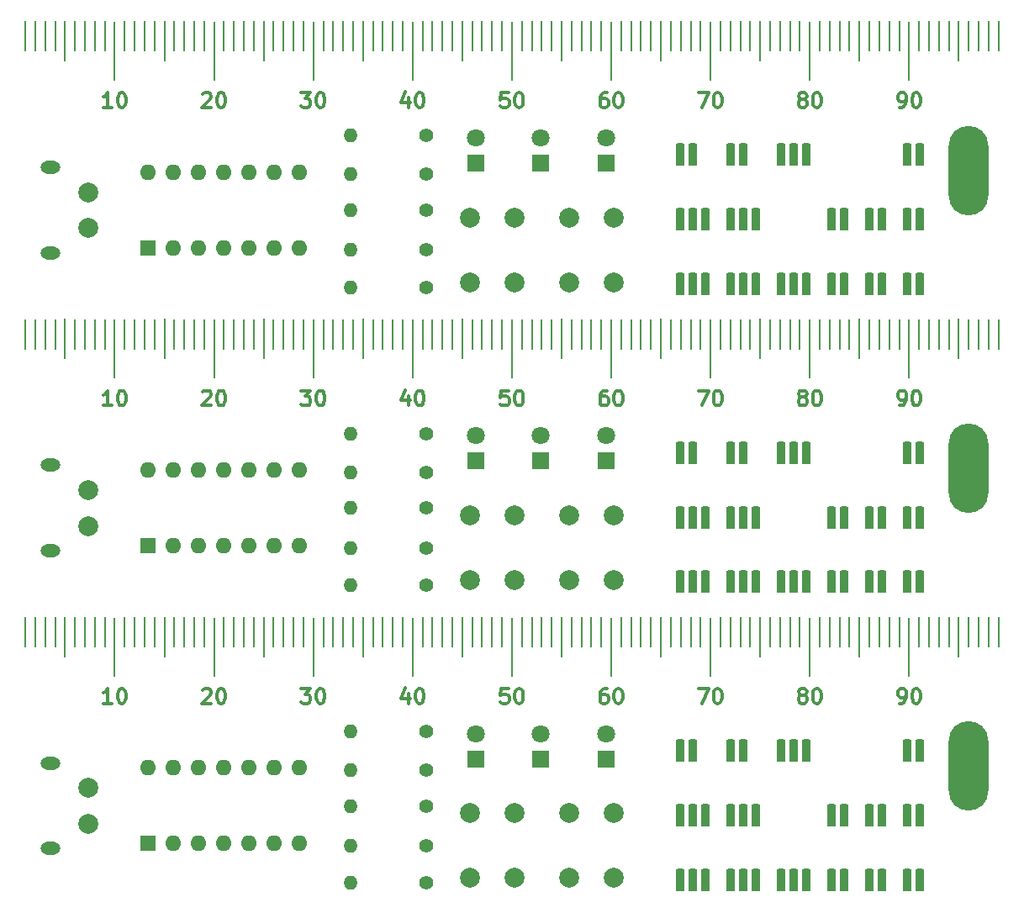
<source format=gbr>
%TF.GenerationSoftware,KiCad,Pcbnew,(6.0.10)*%
%TF.CreationDate,2023-10-04T10:21:36+09:00*%
%TF.ProjectId,simpleLogicCircuit,73696d70-6c65-44c6-9f67-696343697263,rev?*%
%TF.SameCoordinates,Original*%
%TF.FileFunction,Soldermask,Top*%
%TF.FilePolarity,Negative*%
%FSLAX46Y46*%
G04 Gerber Fmt 4.6, Leading zero omitted, Abs format (unit mm)*
G04 Created by KiCad (PCBNEW (6.0.10)) date 2023-10-04 10:21:36*
%MOMM*%
%LPD*%
G01*
G04 APERTURE LIST*
G04 Aperture macros list*
%AMRoundRect*
0 Rectangle with rounded corners*
0 $1 Rounding radius*
0 $2 $3 $4 $5 $6 $7 $8 $9 X,Y pos of 4 corners*
0 Add a 4 corners polygon primitive as box body*
4,1,4,$2,$3,$4,$5,$6,$7,$8,$9,$2,$3,0*
0 Add four circle primitives for the rounded corners*
1,1,$1+$1,$2,$3*
1,1,$1+$1,$4,$5*
1,1,$1+$1,$6,$7*
1,1,$1+$1,$8,$9*
0 Add four rect primitives between the rounded corners*
20,1,$1+$1,$2,$3,$4,$5,0*
20,1,$1+$1,$4,$5,$6,$7,0*
20,1,$1+$1,$6,$7,$8,$9,0*
20,1,$1+$1,$8,$9,$2,$3,0*%
G04 Aperture macros list end*
%ADD10C,0.300000*%
%ADD11O,1.400000X1.400000*%
%ADD12C,1.400000*%
%ADD13RoundRect,0.225000X-0.225000X-0.918000X0.225000X-0.918000X0.225000X0.918000X-0.225000X0.918000X0*%
%ADD14C,1.800000*%
%ADD15R,1.800000X1.800000*%
%ADD16O,2.000000X1.300000*%
%ADD17C,2.000000*%
%ADD18RoundRect,0.050000X-0.050000X-1.450000X0.050000X-1.450000X0.050000X1.450000X-0.050000X1.450000X0*%
%ADD19RoundRect,0.050000X-0.050000X-1.950000X0.050000X-1.950000X0.050000X1.950000X-0.050000X1.950000X0*%
%ADD20RoundRect,0.050000X-0.050000X-2.950000X0.050000X-2.950000X0.050000X2.950000X-0.050000X2.950000X0*%
%ADD21O,1.600000X1.600000*%
%ADD22R,1.600000X1.600000*%
%ADD23O,4.000000X9.000000*%
G04 APERTURE END LIST*
D10*
%TO.C,REF\u002A\u002A*%
X71571428Y-104678571D02*
X71571428Y-105678571D01*
X71214285Y-104107142D02*
X70857142Y-105178571D01*
X71785714Y-105178571D01*
X72642857Y-104178571D02*
X72785714Y-104178571D01*
X72928571Y-104250000D01*
X73000000Y-104321428D01*
X73071428Y-104464285D01*
X73142857Y-104750000D01*
X73142857Y-105107142D01*
X73071428Y-105392857D01*
X73000000Y-105535714D01*
X72928571Y-105607142D01*
X72785714Y-105678571D01*
X72642857Y-105678571D01*
X72500000Y-105607142D01*
X72428571Y-105535714D01*
X72357142Y-105392857D01*
X72285714Y-105107142D01*
X72285714Y-104750000D01*
X72357142Y-104464285D01*
X72428571Y-104321428D01*
X72500000Y-104250000D01*
X72642857Y-104178571D01*
X81642857Y-104178571D02*
X80928571Y-104178571D01*
X80857142Y-104892857D01*
X80928571Y-104821428D01*
X81071428Y-104750000D01*
X81428571Y-104750000D01*
X81571428Y-104821428D01*
X81642857Y-104892857D01*
X81714285Y-105035714D01*
X81714285Y-105392857D01*
X81642857Y-105535714D01*
X81571428Y-105607142D01*
X81428571Y-105678571D01*
X81071428Y-105678571D01*
X80928571Y-105607142D01*
X80857142Y-105535714D01*
X82642857Y-104178571D02*
X82785714Y-104178571D01*
X82928571Y-104250000D01*
X83000000Y-104321428D01*
X83071428Y-104464285D01*
X83142857Y-104750000D01*
X83142857Y-105107142D01*
X83071428Y-105392857D01*
X83000000Y-105535714D01*
X82928571Y-105607142D01*
X82785714Y-105678571D01*
X82642857Y-105678571D01*
X82500000Y-105607142D01*
X82428571Y-105535714D01*
X82357142Y-105392857D01*
X82285714Y-105107142D01*
X82285714Y-104750000D01*
X82357142Y-104464285D01*
X82428571Y-104321428D01*
X82500000Y-104250000D01*
X82642857Y-104178571D01*
X91571428Y-104178571D02*
X91285714Y-104178571D01*
X91142857Y-104250000D01*
X91071428Y-104321428D01*
X90928571Y-104535714D01*
X90857142Y-104821428D01*
X90857142Y-105392857D01*
X90928571Y-105535714D01*
X91000000Y-105607142D01*
X91142857Y-105678571D01*
X91428571Y-105678571D01*
X91571428Y-105607142D01*
X91642857Y-105535714D01*
X91714285Y-105392857D01*
X91714285Y-105035714D01*
X91642857Y-104892857D01*
X91571428Y-104821428D01*
X91428571Y-104750000D01*
X91142857Y-104750000D01*
X91000000Y-104821428D01*
X90928571Y-104892857D01*
X90857142Y-105035714D01*
X92642857Y-104178571D02*
X92785714Y-104178571D01*
X92928571Y-104250000D01*
X93000000Y-104321428D01*
X93071428Y-104464285D01*
X93142857Y-104750000D01*
X93142857Y-105107142D01*
X93071428Y-105392857D01*
X93000000Y-105535714D01*
X92928571Y-105607142D01*
X92785714Y-105678571D01*
X92642857Y-105678571D01*
X92500000Y-105607142D01*
X92428571Y-105535714D01*
X92357142Y-105392857D01*
X92285714Y-105107142D01*
X92285714Y-104750000D01*
X92357142Y-104464285D01*
X92428571Y-104321428D01*
X92500000Y-104250000D01*
X92642857Y-104178571D01*
X100785714Y-104178571D02*
X101785714Y-104178571D01*
X101142857Y-105678571D01*
X102642857Y-104178571D02*
X102785714Y-104178571D01*
X102928571Y-104250000D01*
X103000000Y-104321428D01*
X103071428Y-104464285D01*
X103142857Y-104750000D01*
X103142857Y-105107142D01*
X103071428Y-105392857D01*
X103000000Y-105535714D01*
X102928571Y-105607142D01*
X102785714Y-105678571D01*
X102642857Y-105678571D01*
X102500000Y-105607142D01*
X102428571Y-105535714D01*
X102357142Y-105392857D01*
X102285714Y-105107142D01*
X102285714Y-104750000D01*
X102357142Y-104464285D01*
X102428571Y-104321428D01*
X102500000Y-104250000D01*
X102642857Y-104178571D01*
X41714285Y-105678571D02*
X40857142Y-105678571D01*
X41285714Y-105678571D02*
X41285714Y-104178571D01*
X41142857Y-104392857D01*
X41000000Y-104535714D01*
X40857142Y-104607142D01*
X42642857Y-104178571D02*
X42785714Y-104178571D01*
X42928571Y-104250000D01*
X43000000Y-104321428D01*
X43071428Y-104464285D01*
X43142857Y-104750000D01*
X43142857Y-105107142D01*
X43071428Y-105392857D01*
X43000000Y-105535714D01*
X42928571Y-105607142D01*
X42785714Y-105678571D01*
X42642857Y-105678571D01*
X42500000Y-105607142D01*
X42428571Y-105535714D01*
X42357142Y-105392857D01*
X42285714Y-105107142D01*
X42285714Y-104750000D01*
X42357142Y-104464285D01*
X42428571Y-104321428D01*
X42500000Y-104250000D01*
X42642857Y-104178571D01*
X121000000Y-105678571D02*
X121285714Y-105678571D01*
X121428571Y-105607142D01*
X121500000Y-105535714D01*
X121642857Y-105321428D01*
X121714285Y-105035714D01*
X121714285Y-104464285D01*
X121642857Y-104321428D01*
X121571428Y-104250000D01*
X121428571Y-104178571D01*
X121142857Y-104178571D01*
X121000000Y-104250000D01*
X120928571Y-104321428D01*
X120857142Y-104464285D01*
X120857142Y-104821428D01*
X120928571Y-104964285D01*
X121000000Y-105035714D01*
X121142857Y-105107142D01*
X121428571Y-105107142D01*
X121571428Y-105035714D01*
X121642857Y-104964285D01*
X121714285Y-104821428D01*
X122642857Y-104178571D02*
X122785714Y-104178571D01*
X122928571Y-104250000D01*
X123000000Y-104321428D01*
X123071428Y-104464285D01*
X123142857Y-104750000D01*
X123142857Y-105107142D01*
X123071428Y-105392857D01*
X123000000Y-105535714D01*
X122928571Y-105607142D01*
X122785714Y-105678571D01*
X122642857Y-105678571D01*
X122500000Y-105607142D01*
X122428571Y-105535714D01*
X122357142Y-105392857D01*
X122285714Y-105107142D01*
X122285714Y-104750000D01*
X122357142Y-104464285D01*
X122428571Y-104321428D01*
X122500000Y-104250000D01*
X122642857Y-104178571D01*
X111142857Y-104821428D02*
X111000000Y-104750000D01*
X110928571Y-104678571D01*
X110857142Y-104535714D01*
X110857142Y-104464285D01*
X110928571Y-104321428D01*
X111000000Y-104250000D01*
X111142857Y-104178571D01*
X111428571Y-104178571D01*
X111571428Y-104250000D01*
X111642857Y-104321428D01*
X111714285Y-104464285D01*
X111714285Y-104535714D01*
X111642857Y-104678571D01*
X111571428Y-104750000D01*
X111428571Y-104821428D01*
X111142857Y-104821428D01*
X111000000Y-104892857D01*
X110928571Y-104964285D01*
X110857142Y-105107142D01*
X110857142Y-105392857D01*
X110928571Y-105535714D01*
X111000000Y-105607142D01*
X111142857Y-105678571D01*
X111428571Y-105678571D01*
X111571428Y-105607142D01*
X111642857Y-105535714D01*
X111714285Y-105392857D01*
X111714285Y-105107142D01*
X111642857Y-104964285D01*
X111571428Y-104892857D01*
X111428571Y-104821428D01*
X112642857Y-104178571D02*
X112785714Y-104178571D01*
X112928571Y-104250000D01*
X113000000Y-104321428D01*
X113071428Y-104464285D01*
X113142857Y-104750000D01*
X113142857Y-105107142D01*
X113071428Y-105392857D01*
X113000000Y-105535714D01*
X112928571Y-105607142D01*
X112785714Y-105678571D01*
X112642857Y-105678571D01*
X112500000Y-105607142D01*
X112428571Y-105535714D01*
X112357142Y-105392857D01*
X112285714Y-105107142D01*
X112285714Y-104750000D01*
X112357142Y-104464285D01*
X112428571Y-104321428D01*
X112500000Y-104250000D01*
X112642857Y-104178571D01*
X60785714Y-104178571D02*
X61714285Y-104178571D01*
X61214285Y-104750000D01*
X61428571Y-104750000D01*
X61571428Y-104821428D01*
X61642857Y-104892857D01*
X61714285Y-105035714D01*
X61714285Y-105392857D01*
X61642857Y-105535714D01*
X61571428Y-105607142D01*
X61428571Y-105678571D01*
X61000000Y-105678571D01*
X60857142Y-105607142D01*
X60785714Y-105535714D01*
X62642857Y-104178571D02*
X62785714Y-104178571D01*
X62928571Y-104250000D01*
X63000000Y-104321428D01*
X63071428Y-104464285D01*
X63142857Y-104750000D01*
X63142857Y-105107142D01*
X63071428Y-105392857D01*
X63000000Y-105535714D01*
X62928571Y-105607142D01*
X62785714Y-105678571D01*
X62642857Y-105678571D01*
X62500000Y-105607142D01*
X62428571Y-105535714D01*
X62357142Y-105392857D01*
X62285714Y-105107142D01*
X62285714Y-104750000D01*
X62357142Y-104464285D01*
X62428571Y-104321428D01*
X62500000Y-104250000D01*
X62642857Y-104178571D01*
X50857142Y-104321428D02*
X50928571Y-104250000D01*
X51071428Y-104178571D01*
X51428571Y-104178571D01*
X51571428Y-104250000D01*
X51642857Y-104321428D01*
X51714285Y-104464285D01*
X51714285Y-104607142D01*
X51642857Y-104821428D01*
X50785714Y-105678571D01*
X51714285Y-105678571D01*
X52642857Y-104178571D02*
X52785714Y-104178571D01*
X52928571Y-104250000D01*
X53000000Y-104321428D01*
X53071428Y-104464285D01*
X53142857Y-104750000D01*
X53142857Y-105107142D01*
X53071428Y-105392857D01*
X53000000Y-105535714D01*
X52928571Y-105607142D01*
X52785714Y-105678571D01*
X52642857Y-105678571D01*
X52500000Y-105607142D01*
X52428571Y-105535714D01*
X52357142Y-105392857D01*
X52285714Y-105107142D01*
X52285714Y-104750000D01*
X52357142Y-104464285D01*
X52428571Y-104321428D01*
X52500000Y-104250000D01*
X52642857Y-104178571D01*
X71571428Y-74678571D02*
X71571428Y-75678571D01*
X71214285Y-74107142D02*
X70857142Y-75178571D01*
X71785714Y-75178571D01*
X72642857Y-74178571D02*
X72785714Y-74178571D01*
X72928571Y-74250000D01*
X73000000Y-74321428D01*
X73071428Y-74464285D01*
X73142857Y-74750000D01*
X73142857Y-75107142D01*
X73071428Y-75392857D01*
X73000000Y-75535714D01*
X72928571Y-75607142D01*
X72785714Y-75678571D01*
X72642857Y-75678571D01*
X72500000Y-75607142D01*
X72428571Y-75535714D01*
X72357142Y-75392857D01*
X72285714Y-75107142D01*
X72285714Y-74750000D01*
X72357142Y-74464285D01*
X72428571Y-74321428D01*
X72500000Y-74250000D01*
X72642857Y-74178571D01*
X81642857Y-74178571D02*
X80928571Y-74178571D01*
X80857142Y-74892857D01*
X80928571Y-74821428D01*
X81071428Y-74750000D01*
X81428571Y-74750000D01*
X81571428Y-74821428D01*
X81642857Y-74892857D01*
X81714285Y-75035714D01*
X81714285Y-75392857D01*
X81642857Y-75535714D01*
X81571428Y-75607142D01*
X81428571Y-75678571D01*
X81071428Y-75678571D01*
X80928571Y-75607142D01*
X80857142Y-75535714D01*
X82642857Y-74178571D02*
X82785714Y-74178571D01*
X82928571Y-74250000D01*
X83000000Y-74321428D01*
X83071428Y-74464285D01*
X83142857Y-74750000D01*
X83142857Y-75107142D01*
X83071428Y-75392857D01*
X83000000Y-75535714D01*
X82928571Y-75607142D01*
X82785714Y-75678571D01*
X82642857Y-75678571D01*
X82500000Y-75607142D01*
X82428571Y-75535714D01*
X82357142Y-75392857D01*
X82285714Y-75107142D01*
X82285714Y-74750000D01*
X82357142Y-74464285D01*
X82428571Y-74321428D01*
X82500000Y-74250000D01*
X82642857Y-74178571D01*
X91571428Y-74178571D02*
X91285714Y-74178571D01*
X91142857Y-74250000D01*
X91071428Y-74321428D01*
X90928571Y-74535714D01*
X90857142Y-74821428D01*
X90857142Y-75392857D01*
X90928571Y-75535714D01*
X91000000Y-75607142D01*
X91142857Y-75678571D01*
X91428571Y-75678571D01*
X91571428Y-75607142D01*
X91642857Y-75535714D01*
X91714285Y-75392857D01*
X91714285Y-75035714D01*
X91642857Y-74892857D01*
X91571428Y-74821428D01*
X91428571Y-74750000D01*
X91142857Y-74750000D01*
X91000000Y-74821428D01*
X90928571Y-74892857D01*
X90857142Y-75035714D01*
X92642857Y-74178571D02*
X92785714Y-74178571D01*
X92928571Y-74250000D01*
X93000000Y-74321428D01*
X93071428Y-74464285D01*
X93142857Y-74750000D01*
X93142857Y-75107142D01*
X93071428Y-75392857D01*
X93000000Y-75535714D01*
X92928571Y-75607142D01*
X92785714Y-75678571D01*
X92642857Y-75678571D01*
X92500000Y-75607142D01*
X92428571Y-75535714D01*
X92357142Y-75392857D01*
X92285714Y-75107142D01*
X92285714Y-74750000D01*
X92357142Y-74464285D01*
X92428571Y-74321428D01*
X92500000Y-74250000D01*
X92642857Y-74178571D01*
X100785714Y-74178571D02*
X101785714Y-74178571D01*
X101142857Y-75678571D01*
X102642857Y-74178571D02*
X102785714Y-74178571D01*
X102928571Y-74250000D01*
X103000000Y-74321428D01*
X103071428Y-74464285D01*
X103142857Y-74750000D01*
X103142857Y-75107142D01*
X103071428Y-75392857D01*
X103000000Y-75535714D01*
X102928571Y-75607142D01*
X102785714Y-75678571D01*
X102642857Y-75678571D01*
X102500000Y-75607142D01*
X102428571Y-75535714D01*
X102357142Y-75392857D01*
X102285714Y-75107142D01*
X102285714Y-74750000D01*
X102357142Y-74464285D01*
X102428571Y-74321428D01*
X102500000Y-74250000D01*
X102642857Y-74178571D01*
X41714285Y-75678571D02*
X40857142Y-75678571D01*
X41285714Y-75678571D02*
X41285714Y-74178571D01*
X41142857Y-74392857D01*
X41000000Y-74535714D01*
X40857142Y-74607142D01*
X42642857Y-74178571D02*
X42785714Y-74178571D01*
X42928571Y-74250000D01*
X43000000Y-74321428D01*
X43071428Y-74464285D01*
X43142857Y-74750000D01*
X43142857Y-75107142D01*
X43071428Y-75392857D01*
X43000000Y-75535714D01*
X42928571Y-75607142D01*
X42785714Y-75678571D01*
X42642857Y-75678571D01*
X42500000Y-75607142D01*
X42428571Y-75535714D01*
X42357142Y-75392857D01*
X42285714Y-75107142D01*
X42285714Y-74750000D01*
X42357142Y-74464285D01*
X42428571Y-74321428D01*
X42500000Y-74250000D01*
X42642857Y-74178571D01*
X121000000Y-75678571D02*
X121285714Y-75678571D01*
X121428571Y-75607142D01*
X121500000Y-75535714D01*
X121642857Y-75321428D01*
X121714285Y-75035714D01*
X121714285Y-74464285D01*
X121642857Y-74321428D01*
X121571428Y-74250000D01*
X121428571Y-74178571D01*
X121142857Y-74178571D01*
X121000000Y-74250000D01*
X120928571Y-74321428D01*
X120857142Y-74464285D01*
X120857142Y-74821428D01*
X120928571Y-74964285D01*
X121000000Y-75035714D01*
X121142857Y-75107142D01*
X121428571Y-75107142D01*
X121571428Y-75035714D01*
X121642857Y-74964285D01*
X121714285Y-74821428D01*
X122642857Y-74178571D02*
X122785714Y-74178571D01*
X122928571Y-74250000D01*
X123000000Y-74321428D01*
X123071428Y-74464285D01*
X123142857Y-74750000D01*
X123142857Y-75107142D01*
X123071428Y-75392857D01*
X123000000Y-75535714D01*
X122928571Y-75607142D01*
X122785714Y-75678571D01*
X122642857Y-75678571D01*
X122500000Y-75607142D01*
X122428571Y-75535714D01*
X122357142Y-75392857D01*
X122285714Y-75107142D01*
X122285714Y-74750000D01*
X122357142Y-74464285D01*
X122428571Y-74321428D01*
X122500000Y-74250000D01*
X122642857Y-74178571D01*
X111142857Y-74821428D02*
X111000000Y-74750000D01*
X110928571Y-74678571D01*
X110857142Y-74535714D01*
X110857142Y-74464285D01*
X110928571Y-74321428D01*
X111000000Y-74250000D01*
X111142857Y-74178571D01*
X111428571Y-74178571D01*
X111571428Y-74250000D01*
X111642857Y-74321428D01*
X111714285Y-74464285D01*
X111714285Y-74535714D01*
X111642857Y-74678571D01*
X111571428Y-74750000D01*
X111428571Y-74821428D01*
X111142857Y-74821428D01*
X111000000Y-74892857D01*
X110928571Y-74964285D01*
X110857142Y-75107142D01*
X110857142Y-75392857D01*
X110928571Y-75535714D01*
X111000000Y-75607142D01*
X111142857Y-75678571D01*
X111428571Y-75678571D01*
X111571428Y-75607142D01*
X111642857Y-75535714D01*
X111714285Y-75392857D01*
X111714285Y-75107142D01*
X111642857Y-74964285D01*
X111571428Y-74892857D01*
X111428571Y-74821428D01*
X112642857Y-74178571D02*
X112785714Y-74178571D01*
X112928571Y-74250000D01*
X113000000Y-74321428D01*
X113071428Y-74464285D01*
X113142857Y-74750000D01*
X113142857Y-75107142D01*
X113071428Y-75392857D01*
X113000000Y-75535714D01*
X112928571Y-75607142D01*
X112785714Y-75678571D01*
X112642857Y-75678571D01*
X112500000Y-75607142D01*
X112428571Y-75535714D01*
X112357142Y-75392857D01*
X112285714Y-75107142D01*
X112285714Y-74750000D01*
X112357142Y-74464285D01*
X112428571Y-74321428D01*
X112500000Y-74250000D01*
X112642857Y-74178571D01*
X60785714Y-74178571D02*
X61714285Y-74178571D01*
X61214285Y-74750000D01*
X61428571Y-74750000D01*
X61571428Y-74821428D01*
X61642857Y-74892857D01*
X61714285Y-75035714D01*
X61714285Y-75392857D01*
X61642857Y-75535714D01*
X61571428Y-75607142D01*
X61428571Y-75678571D01*
X61000000Y-75678571D01*
X60857142Y-75607142D01*
X60785714Y-75535714D01*
X62642857Y-74178571D02*
X62785714Y-74178571D01*
X62928571Y-74250000D01*
X63000000Y-74321428D01*
X63071428Y-74464285D01*
X63142857Y-74750000D01*
X63142857Y-75107142D01*
X63071428Y-75392857D01*
X63000000Y-75535714D01*
X62928571Y-75607142D01*
X62785714Y-75678571D01*
X62642857Y-75678571D01*
X62500000Y-75607142D01*
X62428571Y-75535714D01*
X62357142Y-75392857D01*
X62285714Y-75107142D01*
X62285714Y-74750000D01*
X62357142Y-74464285D01*
X62428571Y-74321428D01*
X62500000Y-74250000D01*
X62642857Y-74178571D01*
X50857142Y-74321428D02*
X50928571Y-74250000D01*
X51071428Y-74178571D01*
X51428571Y-74178571D01*
X51571428Y-74250000D01*
X51642857Y-74321428D01*
X51714285Y-74464285D01*
X51714285Y-74607142D01*
X51642857Y-74821428D01*
X50785714Y-75678571D01*
X51714285Y-75678571D01*
X52642857Y-74178571D02*
X52785714Y-74178571D01*
X52928571Y-74250000D01*
X53000000Y-74321428D01*
X53071428Y-74464285D01*
X53142857Y-74750000D01*
X53142857Y-75107142D01*
X53071428Y-75392857D01*
X53000000Y-75535714D01*
X52928571Y-75607142D01*
X52785714Y-75678571D01*
X52642857Y-75678571D01*
X52500000Y-75607142D01*
X52428571Y-75535714D01*
X52357142Y-75392857D01*
X52285714Y-75107142D01*
X52285714Y-74750000D01*
X52357142Y-74464285D01*
X52428571Y-74321428D01*
X52500000Y-74250000D01*
X52642857Y-74178571D01*
X71571428Y-44678571D02*
X71571428Y-45678571D01*
X71214285Y-44107142D02*
X70857142Y-45178571D01*
X71785714Y-45178571D01*
X72642857Y-44178571D02*
X72785714Y-44178571D01*
X72928571Y-44250000D01*
X73000000Y-44321428D01*
X73071428Y-44464285D01*
X73142857Y-44750000D01*
X73142857Y-45107142D01*
X73071428Y-45392857D01*
X73000000Y-45535714D01*
X72928571Y-45607142D01*
X72785714Y-45678571D01*
X72642857Y-45678571D01*
X72500000Y-45607142D01*
X72428571Y-45535714D01*
X72357142Y-45392857D01*
X72285714Y-45107142D01*
X72285714Y-44750000D01*
X72357142Y-44464285D01*
X72428571Y-44321428D01*
X72500000Y-44250000D01*
X72642857Y-44178571D01*
X81642857Y-44178571D02*
X80928571Y-44178571D01*
X80857142Y-44892857D01*
X80928571Y-44821428D01*
X81071428Y-44750000D01*
X81428571Y-44750000D01*
X81571428Y-44821428D01*
X81642857Y-44892857D01*
X81714285Y-45035714D01*
X81714285Y-45392857D01*
X81642857Y-45535714D01*
X81571428Y-45607142D01*
X81428571Y-45678571D01*
X81071428Y-45678571D01*
X80928571Y-45607142D01*
X80857142Y-45535714D01*
X82642857Y-44178571D02*
X82785714Y-44178571D01*
X82928571Y-44250000D01*
X83000000Y-44321428D01*
X83071428Y-44464285D01*
X83142857Y-44750000D01*
X83142857Y-45107142D01*
X83071428Y-45392857D01*
X83000000Y-45535714D01*
X82928571Y-45607142D01*
X82785714Y-45678571D01*
X82642857Y-45678571D01*
X82500000Y-45607142D01*
X82428571Y-45535714D01*
X82357142Y-45392857D01*
X82285714Y-45107142D01*
X82285714Y-44750000D01*
X82357142Y-44464285D01*
X82428571Y-44321428D01*
X82500000Y-44250000D01*
X82642857Y-44178571D01*
X91571428Y-44178571D02*
X91285714Y-44178571D01*
X91142857Y-44250000D01*
X91071428Y-44321428D01*
X90928571Y-44535714D01*
X90857142Y-44821428D01*
X90857142Y-45392857D01*
X90928571Y-45535714D01*
X91000000Y-45607142D01*
X91142857Y-45678571D01*
X91428571Y-45678571D01*
X91571428Y-45607142D01*
X91642857Y-45535714D01*
X91714285Y-45392857D01*
X91714285Y-45035714D01*
X91642857Y-44892857D01*
X91571428Y-44821428D01*
X91428571Y-44750000D01*
X91142857Y-44750000D01*
X91000000Y-44821428D01*
X90928571Y-44892857D01*
X90857142Y-45035714D01*
X92642857Y-44178571D02*
X92785714Y-44178571D01*
X92928571Y-44250000D01*
X93000000Y-44321428D01*
X93071428Y-44464285D01*
X93142857Y-44750000D01*
X93142857Y-45107142D01*
X93071428Y-45392857D01*
X93000000Y-45535714D01*
X92928571Y-45607142D01*
X92785714Y-45678571D01*
X92642857Y-45678571D01*
X92500000Y-45607142D01*
X92428571Y-45535714D01*
X92357142Y-45392857D01*
X92285714Y-45107142D01*
X92285714Y-44750000D01*
X92357142Y-44464285D01*
X92428571Y-44321428D01*
X92500000Y-44250000D01*
X92642857Y-44178571D01*
X100785714Y-44178571D02*
X101785714Y-44178571D01*
X101142857Y-45678571D01*
X102642857Y-44178571D02*
X102785714Y-44178571D01*
X102928571Y-44250000D01*
X103000000Y-44321428D01*
X103071428Y-44464285D01*
X103142857Y-44750000D01*
X103142857Y-45107142D01*
X103071428Y-45392857D01*
X103000000Y-45535714D01*
X102928571Y-45607142D01*
X102785714Y-45678571D01*
X102642857Y-45678571D01*
X102500000Y-45607142D01*
X102428571Y-45535714D01*
X102357142Y-45392857D01*
X102285714Y-45107142D01*
X102285714Y-44750000D01*
X102357142Y-44464285D01*
X102428571Y-44321428D01*
X102500000Y-44250000D01*
X102642857Y-44178571D01*
X41714285Y-45678571D02*
X40857142Y-45678571D01*
X41285714Y-45678571D02*
X41285714Y-44178571D01*
X41142857Y-44392857D01*
X41000000Y-44535714D01*
X40857142Y-44607142D01*
X42642857Y-44178571D02*
X42785714Y-44178571D01*
X42928571Y-44250000D01*
X43000000Y-44321428D01*
X43071428Y-44464285D01*
X43142857Y-44750000D01*
X43142857Y-45107142D01*
X43071428Y-45392857D01*
X43000000Y-45535714D01*
X42928571Y-45607142D01*
X42785714Y-45678571D01*
X42642857Y-45678571D01*
X42500000Y-45607142D01*
X42428571Y-45535714D01*
X42357142Y-45392857D01*
X42285714Y-45107142D01*
X42285714Y-44750000D01*
X42357142Y-44464285D01*
X42428571Y-44321428D01*
X42500000Y-44250000D01*
X42642857Y-44178571D01*
X121000000Y-45678571D02*
X121285714Y-45678571D01*
X121428571Y-45607142D01*
X121500000Y-45535714D01*
X121642857Y-45321428D01*
X121714285Y-45035714D01*
X121714285Y-44464285D01*
X121642857Y-44321428D01*
X121571428Y-44250000D01*
X121428571Y-44178571D01*
X121142857Y-44178571D01*
X121000000Y-44250000D01*
X120928571Y-44321428D01*
X120857142Y-44464285D01*
X120857142Y-44821428D01*
X120928571Y-44964285D01*
X121000000Y-45035714D01*
X121142857Y-45107142D01*
X121428571Y-45107142D01*
X121571428Y-45035714D01*
X121642857Y-44964285D01*
X121714285Y-44821428D01*
X122642857Y-44178571D02*
X122785714Y-44178571D01*
X122928571Y-44250000D01*
X123000000Y-44321428D01*
X123071428Y-44464285D01*
X123142857Y-44750000D01*
X123142857Y-45107142D01*
X123071428Y-45392857D01*
X123000000Y-45535714D01*
X122928571Y-45607142D01*
X122785714Y-45678571D01*
X122642857Y-45678571D01*
X122500000Y-45607142D01*
X122428571Y-45535714D01*
X122357142Y-45392857D01*
X122285714Y-45107142D01*
X122285714Y-44750000D01*
X122357142Y-44464285D01*
X122428571Y-44321428D01*
X122500000Y-44250000D01*
X122642857Y-44178571D01*
X111142857Y-44821428D02*
X111000000Y-44750000D01*
X110928571Y-44678571D01*
X110857142Y-44535714D01*
X110857142Y-44464285D01*
X110928571Y-44321428D01*
X111000000Y-44250000D01*
X111142857Y-44178571D01*
X111428571Y-44178571D01*
X111571428Y-44250000D01*
X111642857Y-44321428D01*
X111714285Y-44464285D01*
X111714285Y-44535714D01*
X111642857Y-44678571D01*
X111571428Y-44750000D01*
X111428571Y-44821428D01*
X111142857Y-44821428D01*
X111000000Y-44892857D01*
X110928571Y-44964285D01*
X110857142Y-45107142D01*
X110857142Y-45392857D01*
X110928571Y-45535714D01*
X111000000Y-45607142D01*
X111142857Y-45678571D01*
X111428571Y-45678571D01*
X111571428Y-45607142D01*
X111642857Y-45535714D01*
X111714285Y-45392857D01*
X111714285Y-45107142D01*
X111642857Y-44964285D01*
X111571428Y-44892857D01*
X111428571Y-44821428D01*
X112642857Y-44178571D02*
X112785714Y-44178571D01*
X112928571Y-44250000D01*
X113000000Y-44321428D01*
X113071428Y-44464285D01*
X113142857Y-44750000D01*
X113142857Y-45107142D01*
X113071428Y-45392857D01*
X113000000Y-45535714D01*
X112928571Y-45607142D01*
X112785714Y-45678571D01*
X112642857Y-45678571D01*
X112500000Y-45607142D01*
X112428571Y-45535714D01*
X112357142Y-45392857D01*
X112285714Y-45107142D01*
X112285714Y-44750000D01*
X112357142Y-44464285D01*
X112428571Y-44321428D01*
X112500000Y-44250000D01*
X112642857Y-44178571D01*
X60785714Y-44178571D02*
X61714285Y-44178571D01*
X61214285Y-44750000D01*
X61428571Y-44750000D01*
X61571428Y-44821428D01*
X61642857Y-44892857D01*
X61714285Y-45035714D01*
X61714285Y-45392857D01*
X61642857Y-45535714D01*
X61571428Y-45607142D01*
X61428571Y-45678571D01*
X61000000Y-45678571D01*
X60857142Y-45607142D01*
X60785714Y-45535714D01*
X62642857Y-44178571D02*
X62785714Y-44178571D01*
X62928571Y-44250000D01*
X63000000Y-44321428D01*
X63071428Y-44464285D01*
X63142857Y-44750000D01*
X63142857Y-45107142D01*
X63071428Y-45392857D01*
X63000000Y-45535714D01*
X62928571Y-45607142D01*
X62785714Y-45678571D01*
X62642857Y-45678571D01*
X62500000Y-45607142D01*
X62428571Y-45535714D01*
X62357142Y-45392857D01*
X62285714Y-45107142D01*
X62285714Y-44750000D01*
X62357142Y-44464285D01*
X62428571Y-44321428D01*
X62500000Y-44250000D01*
X62642857Y-44178571D01*
X50857142Y-44321428D02*
X50928571Y-44250000D01*
X51071428Y-44178571D01*
X51428571Y-44178571D01*
X51571428Y-44250000D01*
X51642857Y-44321428D01*
X51714285Y-44464285D01*
X51714285Y-44607142D01*
X51642857Y-44821428D01*
X50785714Y-45678571D01*
X51714285Y-45678571D01*
X52642857Y-44178571D02*
X52785714Y-44178571D01*
X52928571Y-44250000D01*
X53000000Y-44321428D01*
X53071428Y-44464285D01*
X53142857Y-44750000D01*
X53142857Y-45107142D01*
X53071428Y-45392857D01*
X53000000Y-45535714D01*
X52928571Y-45607142D01*
X52785714Y-45678571D01*
X52642857Y-45678571D01*
X52500000Y-45607142D01*
X52428571Y-45535714D01*
X52357142Y-45392857D01*
X52285714Y-45107142D01*
X52285714Y-44750000D01*
X52357142Y-44464285D01*
X52428571Y-44321428D01*
X52500000Y-44250000D01*
X52642857Y-44178571D01*
%TD*%
D11*
%TO.C,R3*%
X65790000Y-116000000D03*
D12*
X73410000Y-116000000D03*
%TD*%
D13*
%TO.C,XOR*%
X123065000Y-123452500D03*
X121795000Y-123452500D03*
X119255000Y-123452500D03*
X117985000Y-123452500D03*
X115445000Y-123452500D03*
X114175000Y-123452500D03*
X111635000Y-123452500D03*
X110365000Y-123452500D03*
X109095000Y-123452500D03*
X106555000Y-123452500D03*
X105285000Y-123452500D03*
X104015000Y-123452500D03*
X101475000Y-123452500D03*
X100205000Y-123452500D03*
X98935000Y-123452500D03*
%TD*%
D14*
%TO.C,Y*%
X91500000Y-108735000D03*
D15*
X91500000Y-111275000D03*
%TD*%
D13*
%TO.C,OR*%
X123065000Y-116952500D03*
X121795000Y-116952500D03*
X119255000Y-116952500D03*
X117985000Y-116952500D03*
X115445000Y-116952500D03*
X114175000Y-116952500D03*
X106555000Y-116952500D03*
X105285000Y-116952500D03*
X104015000Y-116952500D03*
X101475000Y-116952500D03*
X100205000Y-116952500D03*
X98935000Y-116952500D03*
%TD*%
D16*
%TO.C,USB-C PWR*%
X35525000Y-120300000D03*
X35525000Y-111700000D03*
D17*
X39325000Y-117800000D03*
X39325000Y-114200000D03*
%TD*%
D11*
%TO.C,R2*%
X65780000Y-112400000D03*
D12*
X73400000Y-112400000D03*
%TD*%
D18*
%TO.C,REF\u002A\u002A*%
X131000000Y-98500000D03*
X130000000Y-98500000D03*
X129000000Y-98500000D03*
X128000000Y-98500000D03*
X126000000Y-98500000D03*
X125000000Y-98500000D03*
X124000000Y-98500000D03*
X123000000Y-98500000D03*
X121000000Y-98500000D03*
X120000000Y-98500000D03*
X119000000Y-98500000D03*
X118000000Y-98500000D03*
X116000000Y-98500000D03*
X115000000Y-98500000D03*
X114000000Y-98500000D03*
X113000000Y-98500000D03*
X111000000Y-98500000D03*
X110000000Y-98500000D03*
X109000000Y-98500000D03*
X108000000Y-98500000D03*
X106000000Y-98500000D03*
X105000000Y-98500000D03*
X104000000Y-98500000D03*
X103000000Y-98500000D03*
X101000000Y-98500000D03*
X100000000Y-98500000D03*
X99000000Y-98500000D03*
X98000000Y-98500000D03*
X96000000Y-98500000D03*
X95000000Y-98500000D03*
X94000000Y-98500000D03*
X93000000Y-98500000D03*
X91000000Y-98500000D03*
X90000000Y-98500000D03*
X89000000Y-98500000D03*
X88000000Y-98500000D03*
X86000000Y-98500000D03*
X85000000Y-98500000D03*
X84000000Y-98500000D03*
X83000000Y-98500000D03*
X81000000Y-98500000D03*
X80000000Y-98500000D03*
X79000000Y-98500000D03*
X78000000Y-98500000D03*
X76000000Y-98500000D03*
X75000000Y-98500000D03*
X74000000Y-98500000D03*
X73000000Y-98500000D03*
X71000000Y-98500000D03*
X70000000Y-98500000D03*
X69000000Y-98500000D03*
X68000000Y-98500000D03*
X66000000Y-98500000D03*
X65000000Y-98500000D03*
X64000000Y-98500000D03*
X63000000Y-98500000D03*
X61000000Y-98500000D03*
X60000000Y-98500000D03*
X59000000Y-98500000D03*
X58000000Y-98500000D03*
X56000000Y-98500000D03*
X55000000Y-98500000D03*
X54000000Y-98500000D03*
X53000000Y-98500000D03*
X51000000Y-98500000D03*
X50000000Y-98500000D03*
X49000000Y-98500000D03*
X48000000Y-98500000D03*
X46000000Y-98500000D03*
X45000000Y-98500000D03*
X44000000Y-98500000D03*
X43000000Y-98500000D03*
X41000000Y-98500000D03*
X40000000Y-98500000D03*
X39000000Y-98500000D03*
X38000000Y-98500000D03*
X33000000Y-98500000D03*
X34000000Y-98500000D03*
X35000000Y-98500000D03*
X36000000Y-98500000D03*
D19*
X127000000Y-99000000D03*
X117000000Y-99000000D03*
X107000000Y-99000000D03*
X97000000Y-99000000D03*
X87000000Y-99000000D03*
X77000000Y-99000000D03*
X67000000Y-99000000D03*
X57000000Y-99000000D03*
X47000000Y-99000000D03*
X37000000Y-99000000D03*
D20*
X122000000Y-100000000D03*
X112000000Y-100000000D03*
X102000000Y-100000000D03*
X92000000Y-100000000D03*
X82000000Y-100000000D03*
X72000000Y-100000000D03*
X62000000Y-100000000D03*
X52000000Y-100000000D03*
X42000000Y-100000000D03*
%TD*%
D11*
%TO.C,R5*%
X65780000Y-123754000D03*
D12*
X73400000Y-123754000D03*
%TD*%
D17*
%TO.C,SW2*%
X92250000Y-123250000D03*
X92250000Y-116750000D03*
X87750000Y-123250000D03*
X87750000Y-116750000D03*
%TD*%
D11*
%TO.C,R4*%
X65780000Y-120000000D03*
D12*
X73400000Y-120000000D03*
%TD*%
D17*
%TO.C,SW1*%
X82250000Y-123250000D03*
X82250000Y-116750000D03*
X77750000Y-116750000D03*
X77750000Y-123250000D03*
%TD*%
D13*
%TO.C,AND*%
X123065000Y-110452500D03*
X121795000Y-110452500D03*
X111635000Y-110452500D03*
X110365000Y-110452500D03*
X109095000Y-110452500D03*
X105285000Y-110452500D03*
X104015000Y-110452500D03*
X100205000Y-110452500D03*
X98935000Y-110452500D03*
%TD*%
D14*
%TO.C,X1*%
X78400000Y-108735000D03*
D15*
X78400000Y-111275000D03*
%TD*%
D21*
%TO.C,74HC00*%
X45375000Y-112180000D03*
X47915000Y-112180000D03*
X50455000Y-112180000D03*
X52995000Y-112180000D03*
X55535000Y-112180000D03*
X58075000Y-112180000D03*
X60615000Y-112180000D03*
X60615000Y-119800000D03*
X58075000Y-119800000D03*
X55535000Y-119800000D03*
X52995000Y-119800000D03*
X50455000Y-119800000D03*
X47915000Y-119800000D03*
D22*
X45375000Y-119800000D03*
%TD*%
D23*
%TO.C,REF\u002A\u002A*%
X128000000Y-112000000D03*
%TD*%
D11*
%TO.C,R1*%
X65790000Y-108500000D03*
D12*
X73410000Y-108500000D03*
%TD*%
D14*
%TO.C,X2*%
X84900000Y-108735000D03*
D15*
X84900000Y-111275000D03*
%TD*%
D11*
%TO.C,R3*%
X65790000Y-86000000D03*
D12*
X73410000Y-86000000D03*
%TD*%
D13*
%TO.C,XOR*%
X123065000Y-93452500D03*
X121795000Y-93452500D03*
X119255000Y-93452500D03*
X117985000Y-93452500D03*
X115445000Y-93452500D03*
X114175000Y-93452500D03*
X111635000Y-93452500D03*
X110365000Y-93452500D03*
X109095000Y-93452500D03*
X106555000Y-93452500D03*
X105285000Y-93452500D03*
X104015000Y-93452500D03*
X101475000Y-93452500D03*
X100205000Y-93452500D03*
X98935000Y-93452500D03*
%TD*%
D14*
%TO.C,Y*%
X91500000Y-78735000D03*
D15*
X91500000Y-81275000D03*
%TD*%
D13*
%TO.C,OR*%
X123065000Y-86952500D03*
X121795000Y-86952500D03*
X119255000Y-86952500D03*
X117985000Y-86952500D03*
X115445000Y-86952500D03*
X114175000Y-86952500D03*
X106555000Y-86952500D03*
X105285000Y-86952500D03*
X104015000Y-86952500D03*
X101475000Y-86952500D03*
X100205000Y-86952500D03*
X98935000Y-86952500D03*
%TD*%
D16*
%TO.C,USB-C PWR*%
X35525000Y-90300000D03*
X35525000Y-81700000D03*
D17*
X39325000Y-87800000D03*
X39325000Y-84200000D03*
%TD*%
D11*
%TO.C,R2*%
X65780000Y-82400000D03*
D12*
X73400000Y-82400000D03*
%TD*%
D18*
%TO.C,REF\u002A\u002A*%
X131000000Y-68500000D03*
X130000000Y-68500000D03*
X129000000Y-68500000D03*
X128000000Y-68500000D03*
X126000000Y-68500000D03*
X125000000Y-68500000D03*
X124000000Y-68500000D03*
X123000000Y-68500000D03*
X121000000Y-68500000D03*
X120000000Y-68500000D03*
X119000000Y-68500000D03*
X118000000Y-68500000D03*
X116000000Y-68500000D03*
X115000000Y-68500000D03*
X114000000Y-68500000D03*
X113000000Y-68500000D03*
X111000000Y-68500000D03*
X110000000Y-68500000D03*
X109000000Y-68500000D03*
X108000000Y-68500000D03*
X106000000Y-68500000D03*
X105000000Y-68500000D03*
X104000000Y-68500000D03*
X103000000Y-68500000D03*
X101000000Y-68500000D03*
X100000000Y-68500000D03*
X99000000Y-68500000D03*
X98000000Y-68500000D03*
X96000000Y-68500000D03*
X95000000Y-68500000D03*
X94000000Y-68500000D03*
X93000000Y-68500000D03*
X91000000Y-68500000D03*
X90000000Y-68500000D03*
X89000000Y-68500000D03*
X88000000Y-68500000D03*
X86000000Y-68500000D03*
X85000000Y-68500000D03*
X84000000Y-68500000D03*
X83000000Y-68500000D03*
X81000000Y-68500000D03*
X80000000Y-68500000D03*
X79000000Y-68500000D03*
X78000000Y-68500000D03*
X76000000Y-68500000D03*
X75000000Y-68500000D03*
X74000000Y-68500000D03*
X73000000Y-68500000D03*
X71000000Y-68500000D03*
X70000000Y-68500000D03*
X69000000Y-68500000D03*
X68000000Y-68500000D03*
X66000000Y-68500000D03*
X65000000Y-68500000D03*
X64000000Y-68500000D03*
X63000000Y-68500000D03*
X61000000Y-68500000D03*
X60000000Y-68500000D03*
X59000000Y-68500000D03*
X58000000Y-68500000D03*
X56000000Y-68500000D03*
X55000000Y-68500000D03*
X54000000Y-68500000D03*
X53000000Y-68500000D03*
X51000000Y-68500000D03*
X50000000Y-68500000D03*
X49000000Y-68500000D03*
X48000000Y-68500000D03*
X46000000Y-68500000D03*
X45000000Y-68500000D03*
X44000000Y-68500000D03*
X43000000Y-68500000D03*
X41000000Y-68500000D03*
X40000000Y-68500000D03*
X39000000Y-68500000D03*
X38000000Y-68500000D03*
X33000000Y-68500000D03*
X34000000Y-68500000D03*
X35000000Y-68500000D03*
X36000000Y-68500000D03*
D19*
X127000000Y-69000000D03*
X117000000Y-69000000D03*
X107000000Y-69000000D03*
X97000000Y-69000000D03*
X87000000Y-69000000D03*
X77000000Y-69000000D03*
X67000000Y-69000000D03*
X57000000Y-69000000D03*
X47000000Y-69000000D03*
X37000000Y-69000000D03*
D20*
X122000000Y-70000000D03*
X112000000Y-70000000D03*
X102000000Y-70000000D03*
X92000000Y-70000000D03*
X82000000Y-70000000D03*
X72000000Y-70000000D03*
X62000000Y-70000000D03*
X52000000Y-70000000D03*
X42000000Y-70000000D03*
%TD*%
D11*
%TO.C,R5*%
X65780000Y-93754000D03*
D12*
X73400000Y-93754000D03*
%TD*%
D17*
%TO.C,SW2*%
X92250000Y-93250000D03*
X92250000Y-86750000D03*
X87750000Y-93250000D03*
X87750000Y-86750000D03*
%TD*%
D11*
%TO.C,R4*%
X65780000Y-90000000D03*
D12*
X73400000Y-90000000D03*
%TD*%
D17*
%TO.C,SW1*%
X82250000Y-93250000D03*
X82250000Y-86750000D03*
X77750000Y-86750000D03*
X77750000Y-93250000D03*
%TD*%
D13*
%TO.C,AND*%
X123065000Y-80452500D03*
X121795000Y-80452500D03*
X111635000Y-80452500D03*
X110365000Y-80452500D03*
X109095000Y-80452500D03*
X105285000Y-80452500D03*
X104015000Y-80452500D03*
X100205000Y-80452500D03*
X98935000Y-80452500D03*
%TD*%
D14*
%TO.C,X1*%
X78400000Y-78735000D03*
D15*
X78400000Y-81275000D03*
%TD*%
D21*
%TO.C,74HC00*%
X45375000Y-82180000D03*
X47915000Y-82180000D03*
X50455000Y-82180000D03*
X52995000Y-82180000D03*
X55535000Y-82180000D03*
X58075000Y-82180000D03*
X60615000Y-82180000D03*
X60615000Y-89800000D03*
X58075000Y-89800000D03*
X55535000Y-89800000D03*
X52995000Y-89800000D03*
X50455000Y-89800000D03*
X47915000Y-89800000D03*
D22*
X45375000Y-89800000D03*
%TD*%
D23*
%TO.C,REF\u002A\u002A*%
X128000000Y-82000000D03*
%TD*%
D11*
%TO.C,R1*%
X65790000Y-78500000D03*
D12*
X73410000Y-78500000D03*
%TD*%
D14*
%TO.C,X2*%
X84900000Y-78735000D03*
D15*
X84900000Y-81275000D03*
%TD*%
D16*
%TO.C,USB-C PWR*%
X35525000Y-60300000D03*
X35525000Y-51700000D03*
D17*
X39325000Y-57800000D03*
X39325000Y-54200000D03*
%TD*%
D14*
%TO.C,Y*%
X91500000Y-48735000D03*
D15*
X91500000Y-51275000D03*
%TD*%
D13*
%TO.C,OR*%
X123065000Y-56952500D03*
X121795000Y-56952500D03*
X119255000Y-56952500D03*
X117985000Y-56952500D03*
X115445000Y-56952500D03*
X114175000Y-56952500D03*
X106555000Y-56952500D03*
X105285000Y-56952500D03*
X104015000Y-56952500D03*
X101475000Y-56952500D03*
X100205000Y-56952500D03*
X98935000Y-56952500D03*
%TD*%
%TO.C,XOR*%
X123065000Y-63452500D03*
X121795000Y-63452500D03*
X119255000Y-63452500D03*
X117985000Y-63452500D03*
X115445000Y-63452500D03*
X114175000Y-63452500D03*
X111635000Y-63452500D03*
X110365000Y-63452500D03*
X109095000Y-63452500D03*
X106555000Y-63452500D03*
X105285000Y-63452500D03*
X104015000Y-63452500D03*
X101475000Y-63452500D03*
X100205000Y-63452500D03*
X98935000Y-63452500D03*
%TD*%
D11*
%TO.C,R3*%
X65790000Y-56000000D03*
D12*
X73410000Y-56000000D03*
%TD*%
D18*
%TO.C,REF\u002A\u002A*%
X131000000Y-38500000D03*
X130000000Y-38500000D03*
X129000000Y-38500000D03*
X128000000Y-38500000D03*
X126000000Y-38500000D03*
X125000000Y-38500000D03*
X124000000Y-38500000D03*
X123000000Y-38500000D03*
X121000000Y-38500000D03*
X120000000Y-38500000D03*
X119000000Y-38500000D03*
X118000000Y-38500000D03*
X116000000Y-38500000D03*
X115000000Y-38500000D03*
X114000000Y-38500000D03*
X113000000Y-38500000D03*
X111000000Y-38500000D03*
X110000000Y-38500000D03*
X109000000Y-38500000D03*
X108000000Y-38500000D03*
X106000000Y-38500000D03*
X105000000Y-38500000D03*
X104000000Y-38500000D03*
X103000000Y-38500000D03*
X101000000Y-38500000D03*
X100000000Y-38500000D03*
X99000000Y-38500000D03*
X98000000Y-38500000D03*
X96000000Y-38500000D03*
X95000000Y-38500000D03*
X94000000Y-38500000D03*
X93000000Y-38500000D03*
X91000000Y-38500000D03*
X90000000Y-38500000D03*
X89000000Y-38500000D03*
X88000000Y-38500000D03*
X86000000Y-38500000D03*
X85000000Y-38500000D03*
X84000000Y-38500000D03*
X83000000Y-38500000D03*
X81000000Y-38500000D03*
X80000000Y-38500000D03*
X79000000Y-38500000D03*
X78000000Y-38500000D03*
X76000000Y-38500000D03*
X75000000Y-38500000D03*
X74000000Y-38500000D03*
X73000000Y-38500000D03*
X71000000Y-38500000D03*
X70000000Y-38500000D03*
X69000000Y-38500000D03*
X68000000Y-38500000D03*
X66000000Y-38500000D03*
X65000000Y-38500000D03*
X64000000Y-38500000D03*
X63000000Y-38500000D03*
X61000000Y-38500000D03*
X60000000Y-38500000D03*
X59000000Y-38500000D03*
X58000000Y-38500000D03*
X56000000Y-38500000D03*
X55000000Y-38500000D03*
X54000000Y-38500000D03*
X53000000Y-38500000D03*
X51000000Y-38500000D03*
X50000000Y-38500000D03*
X49000000Y-38500000D03*
X48000000Y-38500000D03*
X46000000Y-38500000D03*
X45000000Y-38500000D03*
X44000000Y-38500000D03*
X43000000Y-38500000D03*
X41000000Y-38500000D03*
X40000000Y-38500000D03*
X39000000Y-38500000D03*
X38000000Y-38500000D03*
X33000000Y-38500000D03*
X34000000Y-38500000D03*
X35000000Y-38500000D03*
X36000000Y-38500000D03*
D19*
X127000000Y-39000000D03*
X117000000Y-39000000D03*
X107000000Y-39000000D03*
X97000000Y-39000000D03*
X87000000Y-39000000D03*
X77000000Y-39000000D03*
X67000000Y-39000000D03*
X57000000Y-39000000D03*
X47000000Y-39000000D03*
X37000000Y-39000000D03*
D20*
X122000000Y-40000000D03*
X112000000Y-40000000D03*
X102000000Y-40000000D03*
X92000000Y-40000000D03*
X82000000Y-40000000D03*
X72000000Y-40000000D03*
X62000000Y-40000000D03*
X52000000Y-40000000D03*
X42000000Y-40000000D03*
%TD*%
D11*
%TO.C,R2*%
X65780000Y-52400000D03*
D12*
X73400000Y-52400000D03*
%TD*%
D21*
%TO.C,74HC00*%
X45375000Y-52180000D03*
X47915000Y-52180000D03*
X50455000Y-52180000D03*
X52995000Y-52180000D03*
X55535000Y-52180000D03*
X58075000Y-52180000D03*
X60615000Y-52180000D03*
X60615000Y-59800000D03*
X58075000Y-59800000D03*
X55535000Y-59800000D03*
X52995000Y-59800000D03*
X50455000Y-59800000D03*
X47915000Y-59800000D03*
D22*
X45375000Y-59800000D03*
%TD*%
D17*
%TO.C,SW1*%
X82250000Y-63250000D03*
X82250000Y-56750000D03*
X77750000Y-56750000D03*
X77750000Y-63250000D03*
%TD*%
D11*
%TO.C,R1*%
X65790000Y-48500000D03*
D12*
X73410000Y-48500000D03*
%TD*%
D14*
%TO.C,X1*%
X78400000Y-48735000D03*
D15*
X78400000Y-51275000D03*
%TD*%
D13*
%TO.C,AND*%
X123065000Y-50452500D03*
X121795000Y-50452500D03*
X111635000Y-50452500D03*
X110365000Y-50452500D03*
X109095000Y-50452500D03*
X105285000Y-50452500D03*
X104015000Y-50452500D03*
X100205000Y-50452500D03*
X98935000Y-50452500D03*
%TD*%
D11*
%TO.C,R5*%
X65780000Y-63754000D03*
D12*
X73400000Y-63754000D03*
%TD*%
D23*
%TO.C,REF\u002A\u002A*%
X128000000Y-52000000D03*
%TD*%
D11*
%TO.C,R4*%
X65780000Y-60000000D03*
D12*
X73400000Y-60000000D03*
%TD*%
D14*
%TO.C,X2*%
X84900000Y-48735000D03*
D15*
X84900000Y-51275000D03*
%TD*%
D17*
%TO.C,SW2*%
X92250000Y-63250000D03*
X92250000Y-56750000D03*
X87750000Y-63250000D03*
X87750000Y-56750000D03*
%TD*%
M02*

</source>
